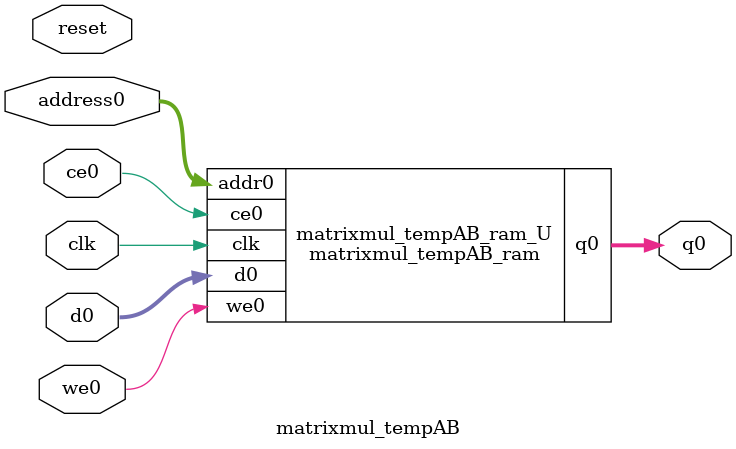
<source format=v>
`timescale 1 ns / 1 ps
module matrixmul_tempAB_ram (addr0, ce0, d0, we0, q0,  clk);

parameter DWIDTH = 32;
parameter AWIDTH = 10;
parameter MEM_SIZE = 1024;

input[AWIDTH-1:0] addr0;
input ce0;
input[DWIDTH-1:0] d0;
input we0;
output reg[DWIDTH-1:0] q0;
input clk;

reg [DWIDTH-1:0] ram[0:MEM_SIZE-1];




always @(posedge clk)  
begin 
    if (ce0) begin
        if (we0) 
            ram[addr0] <= d0; 
        q0 <= ram[addr0];
    end
end


endmodule

`timescale 1 ns / 1 ps
module matrixmul_tempAB(
    reset,
    clk,
    address0,
    ce0,
    we0,
    d0,
    q0);

parameter DataWidth = 32'd32;
parameter AddressRange = 32'd1024;
parameter AddressWidth = 32'd10;
input reset;
input clk;
input[AddressWidth - 1:0] address0;
input ce0;
input we0;
input[DataWidth - 1:0] d0;
output[DataWidth - 1:0] q0;



matrixmul_tempAB_ram matrixmul_tempAB_ram_U(
    .clk( clk ),
    .addr0( address0 ),
    .ce0( ce0 ),
    .we0( we0 ),
    .d0( d0 ),
    .q0( q0 ));

endmodule


</source>
